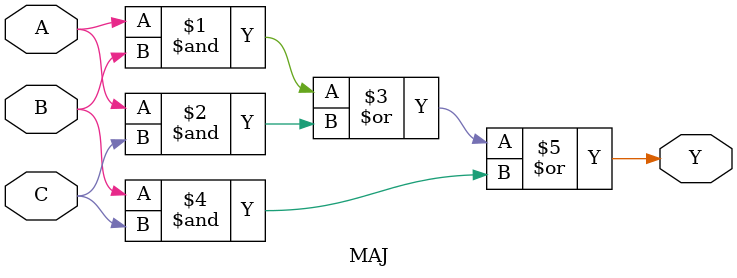
<source format=v>

module MAJ(A, B, C, Y);
input A, B, C;
output Y;
assign Y = (A & B) | (A & C) | (B & C);
endmodule


</source>
